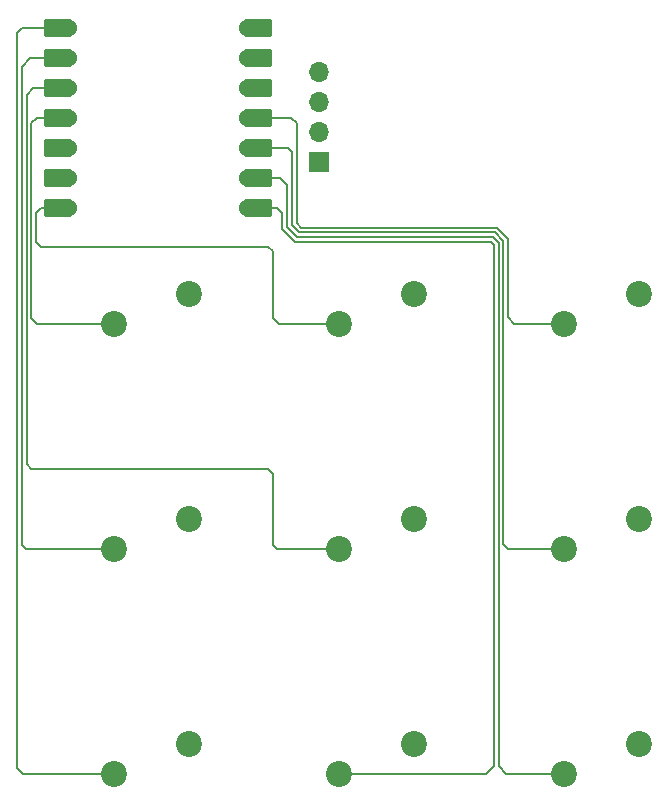
<source format=gtl>
%TF.GenerationSoftware,KiCad,Pcbnew,9.0.6*%
%TF.CreationDate,2025-12-23T13:35:11+01:00*%
%TF.ProjectId,macropad,6d616372-6f70-4616-942e-6b696361645f,rev?*%
%TF.SameCoordinates,Original*%
%TF.FileFunction,Copper,L1,Top*%
%TF.FilePolarity,Positive*%
%FSLAX46Y46*%
G04 Gerber Fmt 4.6, Leading zero omitted, Abs format (unit mm)*
G04 Created by KiCad (PCBNEW 9.0.6) date 2025-12-23 13:35:11*
%MOMM*%
%LPD*%
G01*
G04 APERTURE LIST*
G04 Aperture macros list*
%AMRoundRect*
0 Rectangle with rounded corners*
0 $1 Rounding radius*
0 $2 $3 $4 $5 $6 $7 $8 $9 X,Y pos of 4 corners*
0 Add a 4 corners polygon primitive as box body*
4,1,4,$2,$3,$4,$5,$6,$7,$8,$9,$2,$3,0*
0 Add four circle primitives for the rounded corners*
1,1,$1+$1,$2,$3*
1,1,$1+$1,$4,$5*
1,1,$1+$1,$6,$7*
1,1,$1+$1,$8,$9*
0 Add four rect primitives between the rounded corners*
20,1,$1+$1,$2,$3,$4,$5,0*
20,1,$1+$1,$4,$5,$6,$7,0*
20,1,$1+$1,$6,$7,$8,$9,0*
20,1,$1+$1,$8,$9,$2,$3,0*%
G04 Aperture macros list end*
%TA.AperFunction,SMDPad,CuDef*%
%ADD10RoundRect,0.152400X1.063600X0.609600X-1.063600X0.609600X-1.063600X-0.609600X1.063600X-0.609600X0*%
%TD*%
%TA.AperFunction,ComponentPad*%
%ADD11C,1.524000*%
%TD*%
%TA.AperFunction,SMDPad,CuDef*%
%ADD12RoundRect,0.152400X-1.063600X-0.609600X1.063600X-0.609600X1.063600X0.609600X-1.063600X0.609600X0*%
%TD*%
%TA.AperFunction,ComponentPad*%
%ADD13C,2.200000*%
%TD*%
%TA.AperFunction,ComponentPad*%
%ADD14R,1.700000X1.700000*%
%TD*%
%TA.AperFunction,ComponentPad*%
%ADD15O,1.700000X1.700000*%
%TD*%
%TA.AperFunction,Conductor*%
%ADD16C,0.200000*%
%TD*%
G04 APERTURE END LIST*
D10*
X98925000Y-62510000D03*
D11*
X99760000Y-62510000D03*
D10*
X98925000Y-65050000D03*
D11*
X99760000Y-65050000D03*
D10*
X98925000Y-67590000D03*
D11*
X99760000Y-67590000D03*
D10*
X98925000Y-70130000D03*
D11*
X99760000Y-70130000D03*
D10*
X98925000Y-72670000D03*
D11*
X99760000Y-72670000D03*
D10*
X98925000Y-75210000D03*
D11*
X99760000Y-75210000D03*
D10*
X98925000Y-77750000D03*
D11*
X99760000Y-77750000D03*
X115000000Y-77750000D03*
D12*
X115835000Y-77750000D03*
D11*
X115000000Y-75210000D03*
D12*
X115835000Y-75210000D03*
D11*
X115000000Y-72670000D03*
D12*
X115835000Y-72670000D03*
D11*
X115000000Y-70130000D03*
D12*
X115835000Y-70130000D03*
D11*
X115000000Y-67590000D03*
D12*
X115835000Y-67590000D03*
D11*
X115000000Y-65050000D03*
D12*
X115835000Y-65050000D03*
D11*
X115000000Y-62510000D03*
D12*
X115835000Y-62510000D03*
D13*
X110000000Y-104050000D03*
X103650000Y-106590000D03*
X129050000Y-104050000D03*
X122700000Y-106590000D03*
X129050000Y-85000000D03*
X122700000Y-87540000D03*
X110000000Y-85000000D03*
X103650000Y-87540000D03*
X148100000Y-85000000D03*
X141750000Y-87540000D03*
X110000000Y-123100000D03*
X103650000Y-125640000D03*
X148100000Y-104050000D03*
X141750000Y-106590000D03*
X129050000Y-123100000D03*
X122700000Y-125640000D03*
X148100000Y-123100000D03*
X141750000Y-125640000D03*
D14*
X121000000Y-73876500D03*
D15*
X121000000Y-71336500D03*
X121000000Y-68796500D03*
X121000000Y-66256500D03*
D16*
X98925000Y-70130000D02*
X97087000Y-70130000D01*
X97164000Y-87540000D02*
X103650000Y-87540000D01*
X96641000Y-70576000D02*
X96641000Y-87017000D01*
X97087000Y-70130000D02*
X96641000Y-70576000D01*
X96641000Y-87017000D02*
X97164000Y-87540000D01*
X117615000Y-87540000D02*
X117092000Y-87017000D01*
X97443000Y-81002000D02*
X116691000Y-81002000D01*
X97042000Y-78195000D02*
X97042000Y-80601000D01*
X97487000Y-77750000D02*
X97042000Y-78195000D01*
X97042000Y-80601000D02*
X97443000Y-81002000D01*
X117092000Y-81403000D02*
X116691000Y-81002000D01*
X117092000Y-87017000D02*
X117092000Y-81403000D01*
X98925000Y-77750000D02*
X97487000Y-77750000D01*
X122700000Y-87540000D02*
X117615000Y-87540000D01*
X137000000Y-80361700D02*
X137000000Y-87000000D01*
X141750000Y-87540000D02*
X137540000Y-87540000D01*
X137540000Y-87540000D02*
X137000000Y-87000000D01*
X115835000Y-70130000D02*
X118651000Y-70130000D01*
X119498000Y-79398000D02*
X136036300Y-79398000D01*
X136036300Y-79398000D02*
X137000000Y-80361700D01*
X118651000Y-70130000D02*
X119097000Y-70576000D01*
X119097000Y-78997000D02*
X119498000Y-79398000D01*
X119097000Y-70576000D02*
X119097000Y-78997000D01*
X96553000Y-65050000D02*
X95839000Y-65764000D01*
X96164000Y-106590000D02*
X103650000Y-106590000D01*
X95839000Y-106265000D02*
X96164000Y-106590000D01*
X99760000Y-65050000D02*
X96553000Y-65050000D01*
X95839000Y-65764000D02*
X95839000Y-106265000D01*
X117417000Y-106590000D02*
X122700000Y-106590000D01*
X99760000Y-67590000D02*
X96820000Y-67590000D01*
X96240000Y-68170000D02*
X96240000Y-99448000D01*
X96820000Y-67590000D02*
X96240000Y-68170000D01*
X117092000Y-106265000D02*
X117417000Y-106590000D01*
X117092000Y-100250000D02*
X117092000Y-106265000D01*
X96641000Y-99849000D02*
X116691000Y-99849000D01*
X96240000Y-99448000D02*
X96641000Y-99849000D01*
X116691000Y-99849000D02*
X117092000Y-100250000D01*
X136599000Y-106189000D02*
X137000000Y-106590000D01*
X115000000Y-72670000D02*
X118384000Y-72670000D01*
X118384000Y-72670000D02*
X118696000Y-72982000D01*
X136599000Y-80527800D02*
X136599000Y-106189000D01*
X119331900Y-79799000D02*
X135870200Y-79799000D01*
X141750000Y-106590000D02*
X137000000Y-106590000D01*
X118696000Y-72982000D02*
X118696000Y-79163100D01*
X118696000Y-79163100D02*
X119331900Y-79799000D01*
X135870200Y-79799000D02*
X136599000Y-80527800D01*
X99760000Y-62510000D02*
X95885000Y-62510000D01*
X95885000Y-62510000D02*
X95438000Y-62957000D01*
X95438000Y-62957000D02*
X95438000Y-125112000D01*
X95966000Y-125640000D02*
X103650000Y-125640000D01*
X95438000Y-125112000D02*
X95966000Y-125640000D01*
X135797000Y-80860000D02*
X135538000Y-80601000D01*
X117449000Y-77750000D02*
X115000000Y-77750000D01*
X118999700Y-80601000D02*
X117894000Y-79495300D01*
X135797000Y-125000000D02*
X135797000Y-80860000D01*
X135538000Y-80601000D02*
X118999700Y-80601000D01*
X117894000Y-78195000D02*
X117449000Y-77750000D01*
X135157000Y-125640000D02*
X135797000Y-125000000D01*
X122700000Y-125640000D02*
X135157000Y-125640000D01*
X117894000Y-79495300D02*
X117894000Y-78195000D01*
X118295000Y-75789000D02*
X117716000Y-75210000D01*
X135704100Y-80200000D02*
X119165800Y-80200000D01*
X136198000Y-125000000D02*
X136198000Y-80693900D01*
X118295000Y-79329200D02*
X118295000Y-75789000D01*
X136198000Y-80693900D02*
X135704100Y-80200000D01*
X117716000Y-75210000D02*
X115000000Y-75210000D01*
X136838000Y-125640000D02*
X136198000Y-125000000D01*
X141750000Y-125640000D02*
X136838000Y-125640000D01*
X119165800Y-80200000D02*
X118295000Y-79329200D01*
M02*

</source>
